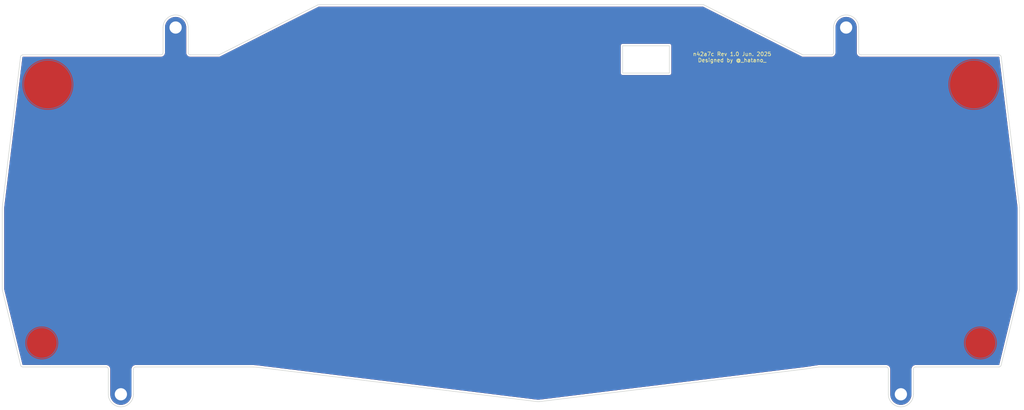
<source format=kicad_pcb>
(kicad_pcb (version 20241229) (generator "pcbnew") (generator_version "9.0")
  (title_block (title "n42a7c_b") (date "2025-06-08") (rev "1.0"))
  (layers (0 "F.Cu" mixed) (2 "B.Cu" mixed) (13 "F.Paste" user) (15 "B.Paste" user) (5 "F.SilkS" user "F.Silkscreen") (7 "B.SilkS" user "B.Silkscreen") (1 "F.Mask" user) (3 "B.Mask" user) (25 "Edge.Cuts" user))
  (net 0 "")
  (net 1 "GND")
  (footprint "cscslib:MountingHole_M3_plating_truss" (layer "F.Cu") (at 44.6484 124.42021)
    (property "Reference" "H3")
    (property "Value" "MountingHole_Pad" (hide yes))
    (pad "1" thru_hole circle (at 0 0) (size 3.4 3.4) (drill 3.2) (layers "*.Cu" "*.Mask") (net 1 "GND") (clearance 1.75))
  )
  (footprint "cscslib:MountingHole_M3_plating_truss" (layer "F.Cu") (at 58.935987 28.57502)
    (property "Reference" "H1")
    (property "Value" "MountingHole_Pad" (hide yes))
    (pad "1" thru_hole circle (at 0 0) (size 3.4 3.4) (drill 3.2) (layers "*.Cu" "*.Mask") (net 1 "GND") (clearance 1.75))
  )
  (footprint "cscslib:MountingHole_M3_plating_truss" (layer "F.Cu") (at 248.245104 124.420416)
    (property "Reference" "H4")
    (property "Value" "MountingHole_Pad" (hide yes))
    (pad "1" thru_hole circle (at 0 0) (size 3.4 3.4) (drill 3.2) (layers "*.Cu" "*.Mask") (net 1 "GND") (clearance 1.75))
  )
  (footprint "cscslib:MountingHole_M3_plating_truss" (layer "F.Cu") (at 233.958009 28.575024)
    (property "Reference" "H2")
    (property "Value" "MountingHole_Pad" (hide yes))
    (pad "1" thru_hole circle (at 0 0) (size 3.4 3.4) (drill 3.2) (layers "*.Cu" "*.Mask") (net 1 "GND") (clearance 1.75))
  )
  (gr_circle (center 267.295088 43.457776) (end 273.645088 43.457776) (stroke (width 0.15)) (fill no) (layer "B.Cu"))
  (gr_circle (center 24 111) (end 28 111) (stroke (width 0.15)) (fill no) (layer "B.Cu"))
  (gr_circle (center 269 111) (end 273 111) (stroke (width 0.15)) (fill no) (layer "B.Cu"))
  (gr_circle (center 25.598416 43.457776) (end 31.948416 43.457776) (stroke (width 0.15)) (fill no) (layer "B.Cu"))
  (gr_line (start 230.684177 35.123382) (end 230.684287 28.575052) (stroke (width 0.15)) (layer "Edge.Cuts"))
  (gr_line (start 196.750616 22.621875) (end 173.533448 22.621875) (stroke (width 0.15)) (layer "Edge.Cuts"))
  (gr_arc (start 55.661679 35.123375) (mid 55.487381 35.544429) (end 55.066349 35.718708) (stroke (width 0.15)) (layer "Edge.Cuts"))
  (gr_line (start 41.374121 124.420207) (end 41.374128 117.876813) (stroke (width 0.15)) (layer "Edge.Cuts"))
  (gr_rect (start 175.61704 33.337472) (end 187.820936 40.481216) (stroke (width 0.15)) (fill no) (layer "Edge.Cuts"))
  (gr_line (start 80.073858 117.34053) (end 153.342313 126.336706) (stroke (width 0.15)) (layer "Edge.Cuts"))
  (gr_line (start 223.562205 117.775766) (end 226.814253 117.276661) (stroke (width 0.15)) (layer "Edge.Cuts"))
  (gr_arc (start 47.922681 124.420208) (mid 44.648295 127.694491) (end 41.374121 124.419998) (stroke (width 0.15)) (layer "Edge.Cuts"))
  (gr_line (start 153.838937 126.336706) (end 223.562205 117.775766) (stroke (width 0.15)) (layer "Edge.Cuts"))
  (gr_arc (start 230.684204 35.12343) (mid 230.50983 35.544357) (end 230.088891 35.718742) (stroke (width 0.15)) (layer "Edge.Cuts"))
  (gr_line (start 153.342313 126.336706) (end 153.838937 126.336706) (stroke (width 0.15)) (layer "Edge.Cuts"))
  (gr_line (start 237.231831 28.575043) (end 237.231904 35.123486) (stroke (width 0.15)) (layer "Edge.Cuts"))
  (gr_arc (start 18.45471 36.314113) (mid 18.62907 35.893163) (end 19.050023 35.718803) (stroke (width 0.15)) (layer "Edge.Cuts"))
  (gr_arc (start 273.843546 35.7188) (mid 274.264492 35.893152) (end 274.438858 36.314115) (stroke (width 0.15)) (layer "Edge.Cuts"))
  (gr_arc (start 244.375185 117.276669) (mid 244.796097 117.451089) (end 244.970499 117.871994) (stroke (width 0.15)) (layer "Edge.Cuts"))
  (gr_line (start 226.814253 117.276462) (end 244.375024 117.276464) (stroke (width 0.15)) (layer "Edge.Cuts"))
  (gr_line (start 252.114181 117.276667) (end 273.843481 117.276466) (stroke (width 0.15)) (layer "Edge.Cuts"))
  (gr_arc (start 40.78259 117.27626) (mid 41.200924 117.452103) (end 41.374128 117.871566) (stroke (width 0.15)) (layer "Edge.Cuts"))
  (gr_line (start 79.176629 117.276663) (end 80.073858 117.34053) (stroke (width 0.15)) (layer "Edge.Cuts"))
  (gr_line (start 70.246967 35.718695) (end 62.8055 35.718737) (stroke (width 0.15)) (layer "Edge.Cuts"))
  (gr_line (start 55.661606 35.123465) (end 55.661664 28.575024) (stroke (width 0.15)) (layer "Edge.Cuts"))
  (gr_line (start 274.438831 36.314093) (end 279.201797 75.604751) (stroke (width 0.15)) (layer "Edge.Cuts"))
  (gr_arc (start 55.661664 28.575024) (mid 58.935989 25.300694) (end 62.210307 28.575021) (stroke (width 0.15)) (layer "Edge.Cuts"))
  (gr_line (start 237.843961 35.718728) (end 273.8435 35.718804) (stroke (width 0.15)) (layer "Edge.Cuts"))
  (gr_line (start 18.454703 36.314113) (end 13.692199 75.604751) (stroke (width 0.15)) (layer "Edge.Cuts"))
  (gr_line (start 279.201797 75.604751) (end 279.201797 97.036019) (stroke (width 0.15)) (layer "Edge.Cuts"))
  (gr_line (start 279.201797 97.036019) (end 274.439293 116.68151) (stroke (width 0.15)) (layer "Edge.Cuts"))
  (gr_arc (start 47.922517 117.871554) (mid 48.10238 117.445192) (end 48.533251 117.276414) (stroke (width 0.15)) (layer "Edge.Cuts"))
  (gr_arc (start 19.049886 117.270465) (mid 18.628987 117.096118) (end 18.454639 116.675221) (stroke (width 0.15)) (layer "Edge.Cuts"))
  (gr_line (start 230.088891 35.718742) (end 222.647208 35.718934) (stroke (width 0.15)) (layer "Edge.Cuts"))
  (gr_line (start 13.692199 97.036019) (end 13.692199 75.604751) (stroke (width 0.15)) (layer "Edge.Cuts"))
  (gr_arc (start 251.518868 117.871986) (mid 251.693352 117.451156) (end 252.114181 117.276667) (stroke (width 0.15)) (layer "Edge.Cuts"))
  (gr_line (start 244.970473 117.871995) (end 244.970466 124.420417) (stroke (width 0.15)) (layer "Edge.Cuts"))
  (gr_arc (start 230.684287 28.575052) (mid 233.958096 25.301187) (end 237.231831 28.575043) (stroke (width 0.15)) (layer "Edge.Cuts"))
  (gr_line (start 47.922553 117.871566) (end 47.922681 124.420208) (stroke (width 0.15)) (layer "Edge.Cuts"))
  (gr_arc (start 237.837163 35.718872) (mid 237.410226 35.547784) (end 237.232604 35.123543) (stroke (width 0.15)) (layer "Edge.Cuts"))
  (gr_line (start 96.142888 22.621894) (end 70.246706 35.718697) (stroke (width 0.15)) (layer "Edge.Cuts"))
  (gr_line (start 40.78259 117.27626) (end 19.049886 117.270464) (stroke (width 0.15)) (layer "Edge.Cuts"))
  (gr_line (start 96.142888 22.621894) (end 146.446752 22.621894) (stroke (width 0.15)) (layer "Edge.Cuts"))
  (gr_line (start 251.519742 124.420417) (end 251.519764 117.871988) (stroke (width 0.15)) (layer "Edge.Cuts"))
  (gr_arc (start 62.805389 35.718738) (mid 62.384517 35.544352) (end 62.210114 35.123467) (stroke (width 0.15)) (layer "Edge.Cuts"))
  (gr_arc (start 274.439268 116.681329) (mid 274.264746 117.102098) (end 273.843955 117.276642) (stroke (width 0.15)) (layer "Edge.Cuts"))
  (gr_line (start 13.692199 97.036019) (end 18.454638 116.6753) (stroke (width 0.15)) (layer "Edge.Cuts"))
  (gr_line (start 62.210307 28.575021) (end 62.210348 35.123466) (stroke (width 0.15)) (layer "Edge.Cuts"))
  (gr_line (start 173.533448 22.621875) (end 155.078776 22.621875) (stroke (width 0.15)) (layer "Edge.Cuts"))
  (gr_line (start 48.540019 117.276628) (end 79.176629 117.276663) (stroke (width 0.15)) (layer "Edge.Cuts"))
  (gr_line (start 55.066349 35.718708) (end 19.050023 35.718803) (stroke (width 0.15)) (layer "Edge.Cuts"))
  (gr_arc (start 251.519742 124.420417) (mid 248.245104 127.695054) (end 244.970466 124.420417) (stroke (width 0.15)) (layer "Edge.Cuts"))
  (gr_line (start 146.446752 22.621894) (end 155.078776 22.621875) (stroke (width 0.15)) (layer "Edge.Cuts"))
  (gr_line (start 196.750616 22.621875) (end 222.647528 35.71878) (stroke (width 0.15)) (layer "Edge.Cuts"))
  (gr_text "n42a7c Rev 1.0 Jun. 2025\nDesigned by @_hatano_" (at 204.192359 36.314113 0) (layer "F.SilkS") (effects (font (size 1 1))))
  (zone (net 1) (net_name "GND") (layers "F.Cu" "B.Cu") (connect_pads (clearance 0)) (min_thickness 0.25) (fill yes (thermal_gap 0.5) (thermal_bridge_width 0.5))
    (polygon (pts (xy 280.392423 128.587608) (xy 280.392423 22.026581) (xy 13.096876 22.026581) (xy 13.096873 128.587499)))
  )
)
</source>
